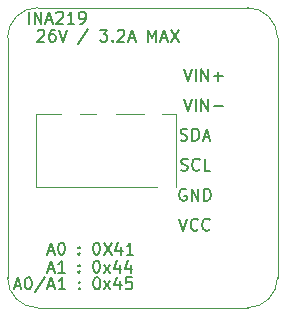
<source format=gbr>
G04 #@! TF.GenerationSoftware,KiCad,Pcbnew,(5.1.5)-3*
G04 #@! TF.CreationDate,2020-12-21T12:30:49+01:00*
G04 #@! TF.ProjectId,epimetheus_ina219,6570696d-6574-4686-9575-735f696e6132,rev?*
G04 #@! TF.SameCoordinates,Original*
G04 #@! TF.FileFunction,Legend,Top*
G04 #@! TF.FilePolarity,Positive*
%FSLAX46Y46*%
G04 Gerber Fmt 4.6, Leading zero omitted, Abs format (unit mm)*
G04 Created by KiCad (PCBNEW (5.1.5)-3) date 2020-12-21 12:30:49*
%MOMM*%
%LPD*%
G04 APERTURE LIST*
%ADD10C,0.150000*%
%ADD11C,0.120000*%
G04 APERTURE END LIST*
D10*
X160250809Y-42457666D02*
X160727000Y-42457666D01*
X160155571Y-42743380D02*
X160488904Y-41743380D01*
X160822238Y-42743380D01*
X161346047Y-41743380D02*
X161441285Y-41743380D01*
X161536523Y-41791000D01*
X161584142Y-41838619D01*
X161631761Y-41933857D01*
X161679380Y-42124333D01*
X161679380Y-42362428D01*
X161631761Y-42552904D01*
X161584142Y-42648142D01*
X161536523Y-42695761D01*
X161441285Y-42743380D01*
X161346047Y-42743380D01*
X161250809Y-42695761D01*
X161203190Y-42648142D01*
X161155571Y-42552904D01*
X161107952Y-42362428D01*
X161107952Y-42124333D01*
X161155571Y-41933857D01*
X161203190Y-41838619D01*
X161250809Y-41791000D01*
X161346047Y-41743380D01*
X162822238Y-41695761D02*
X161965095Y-42981476D01*
X163107952Y-42457666D02*
X163584142Y-42457666D01*
X163012714Y-42743380D02*
X163346047Y-41743380D01*
X163679380Y-42743380D01*
X164536523Y-42743380D02*
X163965095Y-42743380D01*
X164250809Y-42743380D02*
X164250809Y-41743380D01*
X164155571Y-41886238D01*
X164060333Y-41981476D01*
X163965095Y-42029095D01*
X165727000Y-42648142D02*
X165774619Y-42695761D01*
X165727000Y-42743380D01*
X165679380Y-42695761D01*
X165727000Y-42648142D01*
X165727000Y-42743380D01*
X165727000Y-42124333D02*
X165774619Y-42171952D01*
X165727000Y-42219571D01*
X165679380Y-42171952D01*
X165727000Y-42124333D01*
X165727000Y-42219571D01*
X167155571Y-41743380D02*
X167250809Y-41743380D01*
X167346047Y-41791000D01*
X167393666Y-41838619D01*
X167441285Y-41933857D01*
X167488904Y-42124333D01*
X167488904Y-42362428D01*
X167441285Y-42552904D01*
X167393666Y-42648142D01*
X167346047Y-42695761D01*
X167250809Y-42743380D01*
X167155571Y-42743380D01*
X167060333Y-42695761D01*
X167012714Y-42648142D01*
X166965095Y-42552904D01*
X166917476Y-42362428D01*
X166917476Y-42124333D01*
X166965095Y-41933857D01*
X167012714Y-41838619D01*
X167060333Y-41791000D01*
X167155571Y-41743380D01*
X167822238Y-42743380D02*
X168346047Y-42076714D01*
X167822238Y-42076714D02*
X168346047Y-42743380D01*
X169155571Y-42076714D02*
X169155571Y-42743380D01*
X168917476Y-41695761D02*
X168679380Y-42410047D01*
X169298428Y-42410047D01*
X170155571Y-41743380D02*
X169679380Y-41743380D01*
X169631761Y-42219571D01*
X169679380Y-42171952D01*
X169774619Y-42124333D01*
X170012714Y-42124333D01*
X170107952Y-42171952D01*
X170155571Y-42219571D01*
X170203190Y-42314809D01*
X170203190Y-42552904D01*
X170155571Y-42648142D01*
X170107952Y-42695761D01*
X170012714Y-42743380D01*
X169774619Y-42743380D01*
X169679380Y-42695761D01*
X169631761Y-42648142D01*
X163076380Y-41060666D02*
X163552571Y-41060666D01*
X162981142Y-41346380D02*
X163314476Y-40346380D01*
X163647809Y-41346380D01*
X164504952Y-41346380D02*
X163933523Y-41346380D01*
X164219238Y-41346380D02*
X164219238Y-40346380D01*
X164124000Y-40489238D01*
X164028761Y-40584476D01*
X163933523Y-40632095D01*
X165695428Y-41251142D02*
X165743047Y-41298761D01*
X165695428Y-41346380D01*
X165647809Y-41298761D01*
X165695428Y-41251142D01*
X165695428Y-41346380D01*
X165695428Y-40727333D02*
X165743047Y-40774952D01*
X165695428Y-40822571D01*
X165647809Y-40774952D01*
X165695428Y-40727333D01*
X165695428Y-40822571D01*
X167124000Y-40346380D02*
X167219238Y-40346380D01*
X167314476Y-40394000D01*
X167362095Y-40441619D01*
X167409714Y-40536857D01*
X167457333Y-40727333D01*
X167457333Y-40965428D01*
X167409714Y-41155904D01*
X167362095Y-41251142D01*
X167314476Y-41298761D01*
X167219238Y-41346380D01*
X167124000Y-41346380D01*
X167028761Y-41298761D01*
X166981142Y-41251142D01*
X166933523Y-41155904D01*
X166885904Y-40965428D01*
X166885904Y-40727333D01*
X166933523Y-40536857D01*
X166981142Y-40441619D01*
X167028761Y-40394000D01*
X167124000Y-40346380D01*
X167790666Y-41346380D02*
X168314476Y-40679714D01*
X167790666Y-40679714D02*
X168314476Y-41346380D01*
X169124000Y-40679714D02*
X169124000Y-41346380D01*
X168885904Y-40298761D02*
X168647809Y-41013047D01*
X169266857Y-41013047D01*
X170076380Y-40679714D02*
X170076380Y-41346380D01*
X169838285Y-40298761D02*
X169600190Y-41013047D01*
X170219238Y-41013047D01*
X163068452Y-39536666D02*
X163544642Y-39536666D01*
X162973214Y-39822380D02*
X163306547Y-38822380D01*
X163639880Y-39822380D01*
X164163690Y-38822380D02*
X164258928Y-38822380D01*
X164354166Y-38870000D01*
X164401785Y-38917619D01*
X164449404Y-39012857D01*
X164497023Y-39203333D01*
X164497023Y-39441428D01*
X164449404Y-39631904D01*
X164401785Y-39727142D01*
X164354166Y-39774761D01*
X164258928Y-39822380D01*
X164163690Y-39822380D01*
X164068452Y-39774761D01*
X164020833Y-39727142D01*
X163973214Y-39631904D01*
X163925595Y-39441428D01*
X163925595Y-39203333D01*
X163973214Y-39012857D01*
X164020833Y-38917619D01*
X164068452Y-38870000D01*
X164163690Y-38822380D01*
X165687500Y-39727142D02*
X165735119Y-39774761D01*
X165687500Y-39822380D01*
X165639880Y-39774761D01*
X165687500Y-39727142D01*
X165687500Y-39822380D01*
X165687500Y-39203333D02*
X165735119Y-39250952D01*
X165687500Y-39298571D01*
X165639880Y-39250952D01*
X165687500Y-39203333D01*
X165687500Y-39298571D01*
X167116071Y-38822380D02*
X167211309Y-38822380D01*
X167306547Y-38870000D01*
X167354166Y-38917619D01*
X167401785Y-39012857D01*
X167449404Y-39203333D01*
X167449404Y-39441428D01*
X167401785Y-39631904D01*
X167354166Y-39727142D01*
X167306547Y-39774761D01*
X167211309Y-39822380D01*
X167116071Y-39822380D01*
X167020833Y-39774761D01*
X166973214Y-39727142D01*
X166925595Y-39631904D01*
X166877976Y-39441428D01*
X166877976Y-39203333D01*
X166925595Y-39012857D01*
X166973214Y-38917619D01*
X167020833Y-38870000D01*
X167116071Y-38822380D01*
X167782738Y-38822380D02*
X168449404Y-39822380D01*
X168449404Y-38822380D02*
X167782738Y-39822380D01*
X169258928Y-39155714D02*
X169258928Y-39822380D01*
X169020833Y-38774761D02*
X168782738Y-39489047D01*
X169401785Y-39489047D01*
X170306547Y-39822380D02*
X169735119Y-39822380D01*
X170020833Y-39822380D02*
X170020833Y-38822380D01*
X169925595Y-38965238D01*
X169830357Y-39060476D01*
X169735119Y-39108095D01*
X162195619Y-20883619D02*
X162243238Y-20836000D01*
X162338476Y-20788380D01*
X162576571Y-20788380D01*
X162671809Y-20836000D01*
X162719428Y-20883619D01*
X162767047Y-20978857D01*
X162767047Y-21074095D01*
X162719428Y-21216952D01*
X162148000Y-21788380D01*
X162767047Y-21788380D01*
X163624190Y-20788380D02*
X163433714Y-20788380D01*
X163338476Y-20836000D01*
X163290857Y-20883619D01*
X163195619Y-21026476D01*
X163148000Y-21216952D01*
X163148000Y-21597904D01*
X163195619Y-21693142D01*
X163243238Y-21740761D01*
X163338476Y-21788380D01*
X163528952Y-21788380D01*
X163624190Y-21740761D01*
X163671809Y-21693142D01*
X163719428Y-21597904D01*
X163719428Y-21359809D01*
X163671809Y-21264571D01*
X163624190Y-21216952D01*
X163528952Y-21169333D01*
X163338476Y-21169333D01*
X163243238Y-21216952D01*
X163195619Y-21264571D01*
X163148000Y-21359809D01*
X164005142Y-20788380D02*
X164338476Y-21788380D01*
X164671809Y-20788380D01*
X166481333Y-20740761D02*
X165624190Y-22026476D01*
X167481333Y-20788380D02*
X168100380Y-20788380D01*
X167767047Y-21169333D01*
X167909904Y-21169333D01*
X168005142Y-21216952D01*
X168052761Y-21264571D01*
X168100380Y-21359809D01*
X168100380Y-21597904D01*
X168052761Y-21693142D01*
X168005142Y-21740761D01*
X167909904Y-21788380D01*
X167624190Y-21788380D01*
X167528952Y-21740761D01*
X167481333Y-21693142D01*
X168528952Y-21693142D02*
X168576571Y-21740761D01*
X168528952Y-21788380D01*
X168481333Y-21740761D01*
X168528952Y-21693142D01*
X168528952Y-21788380D01*
X168957523Y-20883619D02*
X169005142Y-20836000D01*
X169100380Y-20788380D01*
X169338476Y-20788380D01*
X169433714Y-20836000D01*
X169481333Y-20883619D01*
X169528952Y-20978857D01*
X169528952Y-21074095D01*
X169481333Y-21216952D01*
X168909904Y-21788380D01*
X169528952Y-21788380D01*
X169909904Y-21502666D02*
X170386095Y-21502666D01*
X169814666Y-21788380D02*
X170148000Y-20788380D01*
X170481333Y-21788380D01*
X171576571Y-21788380D02*
X171576571Y-20788380D01*
X171909904Y-21502666D01*
X172243238Y-20788380D01*
X172243238Y-21788380D01*
X172671809Y-21502666D02*
X173148000Y-21502666D01*
X172576571Y-21788380D02*
X172909904Y-20788380D01*
X173243238Y-21788380D01*
X173481333Y-20788380D02*
X174148000Y-21788380D01*
X174148000Y-20788380D02*
X173481333Y-21788380D01*
X161449047Y-20264380D02*
X161449047Y-19264380D01*
X161925238Y-20264380D02*
X161925238Y-19264380D01*
X162496666Y-20264380D01*
X162496666Y-19264380D01*
X162925238Y-19978666D02*
X163401428Y-19978666D01*
X162830000Y-20264380D02*
X163163333Y-19264380D01*
X163496666Y-20264380D01*
X163782380Y-19359619D02*
X163830000Y-19312000D01*
X163925238Y-19264380D01*
X164163333Y-19264380D01*
X164258571Y-19312000D01*
X164306190Y-19359619D01*
X164353809Y-19454857D01*
X164353809Y-19550095D01*
X164306190Y-19692952D01*
X163734761Y-20264380D01*
X164353809Y-20264380D01*
X165306190Y-20264380D02*
X164734761Y-20264380D01*
X165020476Y-20264380D02*
X165020476Y-19264380D01*
X164925238Y-19407238D01*
X164830000Y-19502476D01*
X164734761Y-19550095D01*
X165782380Y-20264380D02*
X165972857Y-20264380D01*
X166068095Y-20216761D01*
X166115714Y-20169142D01*
X166210952Y-20026285D01*
X166258571Y-19835809D01*
X166258571Y-19454857D01*
X166210952Y-19359619D01*
X166163333Y-19312000D01*
X166068095Y-19264380D01*
X165877619Y-19264380D01*
X165782380Y-19312000D01*
X165734761Y-19359619D01*
X165687142Y-19454857D01*
X165687142Y-19692952D01*
X165734761Y-19788190D01*
X165782380Y-19835809D01*
X165877619Y-19883428D01*
X166068095Y-19883428D01*
X166163333Y-19835809D01*
X166210952Y-19788190D01*
X166258571Y-19692952D01*
D11*
X162179000Y-44323000D02*
G75*
G02X159639000Y-41783000I0J2540000D01*
G01*
X159639000Y-21463000D02*
G75*
G02X162179000Y-18923000I2540000J0D01*
G01*
X179959000Y-18923000D02*
G75*
G02X182499000Y-21463000I0J-2540000D01*
G01*
X182499000Y-41783000D02*
G75*
G02X179959000Y-44323000I-2540000J0D01*
G01*
X182499000Y-21463000D02*
X182499000Y-41783000D01*
X162179000Y-18923000D02*
X179959000Y-18923000D01*
X159639000Y-41783000D02*
X159639000Y-21463000D01*
X179959000Y-44323000D02*
X162179000Y-44323000D01*
X162052000Y-27888000D02*
X162052000Y-34088000D01*
X173873000Y-34088000D02*
X173873000Y-27888000D01*
X162052000Y-27888000D02*
X164148000Y-27888000D01*
X165798000Y-27888000D02*
X167148000Y-27888000D01*
X168798000Y-27888000D02*
X171198000Y-27888000D01*
X172748000Y-27888000D02*
X173873000Y-27888000D01*
X172298000Y-34088000D02*
X162052000Y-34088000D01*
D10*
X174561714Y-24090380D02*
X174895047Y-25090380D01*
X175228380Y-24090380D01*
X175561714Y-25090380D02*
X175561714Y-24090380D01*
X176037904Y-25090380D02*
X176037904Y-24090380D01*
X176609333Y-25090380D01*
X176609333Y-24090380D01*
X177085523Y-24709428D02*
X177847428Y-24709428D01*
X177466476Y-25090380D02*
X177466476Y-24328476D01*
X174561714Y-26630380D02*
X174895047Y-27630380D01*
X175228380Y-26630380D01*
X175561714Y-27630380D02*
X175561714Y-26630380D01*
X176037904Y-27630380D02*
X176037904Y-26630380D01*
X176609333Y-27630380D01*
X176609333Y-26630380D01*
X177085523Y-27249428D02*
X177847428Y-27249428D01*
X174299714Y-30122761D02*
X174442571Y-30170380D01*
X174680666Y-30170380D01*
X174775904Y-30122761D01*
X174823523Y-30075142D01*
X174871142Y-29979904D01*
X174871142Y-29884666D01*
X174823523Y-29789428D01*
X174775904Y-29741809D01*
X174680666Y-29694190D01*
X174490190Y-29646571D01*
X174394952Y-29598952D01*
X174347333Y-29551333D01*
X174299714Y-29456095D01*
X174299714Y-29360857D01*
X174347333Y-29265619D01*
X174394952Y-29218000D01*
X174490190Y-29170380D01*
X174728285Y-29170380D01*
X174871142Y-29218000D01*
X175299714Y-30170380D02*
X175299714Y-29170380D01*
X175537809Y-29170380D01*
X175680666Y-29218000D01*
X175775904Y-29313238D01*
X175823523Y-29408476D01*
X175871142Y-29598952D01*
X175871142Y-29741809D01*
X175823523Y-29932285D01*
X175775904Y-30027523D01*
X175680666Y-30122761D01*
X175537809Y-30170380D01*
X175299714Y-30170380D01*
X176252095Y-29884666D02*
X176728285Y-29884666D01*
X176156857Y-30170380D02*
X176490190Y-29170380D01*
X176823523Y-30170380D01*
X174323523Y-32662761D02*
X174466380Y-32710380D01*
X174704476Y-32710380D01*
X174799714Y-32662761D01*
X174847333Y-32615142D01*
X174894952Y-32519904D01*
X174894952Y-32424666D01*
X174847333Y-32329428D01*
X174799714Y-32281809D01*
X174704476Y-32234190D01*
X174514000Y-32186571D01*
X174418761Y-32138952D01*
X174371142Y-32091333D01*
X174323523Y-31996095D01*
X174323523Y-31900857D01*
X174371142Y-31805619D01*
X174418761Y-31758000D01*
X174514000Y-31710380D01*
X174752095Y-31710380D01*
X174894952Y-31758000D01*
X175894952Y-32615142D02*
X175847333Y-32662761D01*
X175704476Y-32710380D01*
X175609238Y-32710380D01*
X175466380Y-32662761D01*
X175371142Y-32567523D01*
X175323523Y-32472285D01*
X175275904Y-32281809D01*
X175275904Y-32138952D01*
X175323523Y-31948476D01*
X175371142Y-31853238D01*
X175466380Y-31758000D01*
X175609238Y-31710380D01*
X175704476Y-31710380D01*
X175847333Y-31758000D01*
X175894952Y-31805619D01*
X176799714Y-32710380D02*
X176323523Y-32710380D01*
X176323523Y-31710380D01*
X174752095Y-34298000D02*
X174656857Y-34250380D01*
X174514000Y-34250380D01*
X174371142Y-34298000D01*
X174275904Y-34393238D01*
X174228285Y-34488476D01*
X174180666Y-34678952D01*
X174180666Y-34821809D01*
X174228285Y-35012285D01*
X174275904Y-35107523D01*
X174371142Y-35202761D01*
X174514000Y-35250380D01*
X174609238Y-35250380D01*
X174752095Y-35202761D01*
X174799714Y-35155142D01*
X174799714Y-34821809D01*
X174609238Y-34821809D01*
X175228285Y-35250380D02*
X175228285Y-34250380D01*
X175799714Y-35250380D01*
X175799714Y-34250380D01*
X176275904Y-35250380D02*
X176275904Y-34250380D01*
X176514000Y-34250380D01*
X176656857Y-34298000D01*
X176752095Y-34393238D01*
X176799714Y-34488476D01*
X176847333Y-34678952D01*
X176847333Y-34821809D01*
X176799714Y-35012285D01*
X176752095Y-35107523D01*
X176656857Y-35202761D01*
X176514000Y-35250380D01*
X176275904Y-35250380D01*
X174180666Y-36790380D02*
X174514000Y-37790380D01*
X174847333Y-36790380D01*
X175752095Y-37695142D02*
X175704476Y-37742761D01*
X175561619Y-37790380D01*
X175466380Y-37790380D01*
X175323523Y-37742761D01*
X175228285Y-37647523D01*
X175180666Y-37552285D01*
X175133047Y-37361809D01*
X175133047Y-37218952D01*
X175180666Y-37028476D01*
X175228285Y-36933238D01*
X175323523Y-36838000D01*
X175466380Y-36790380D01*
X175561619Y-36790380D01*
X175704476Y-36838000D01*
X175752095Y-36885619D01*
X176752095Y-37695142D02*
X176704476Y-37742761D01*
X176561619Y-37790380D01*
X176466380Y-37790380D01*
X176323523Y-37742761D01*
X176228285Y-37647523D01*
X176180666Y-37552285D01*
X176133047Y-37361809D01*
X176133047Y-37218952D01*
X176180666Y-37028476D01*
X176228285Y-36933238D01*
X176323523Y-36838000D01*
X176466380Y-36790380D01*
X176561619Y-36790380D01*
X176704476Y-36838000D01*
X176752095Y-36885619D01*
M02*

</source>
